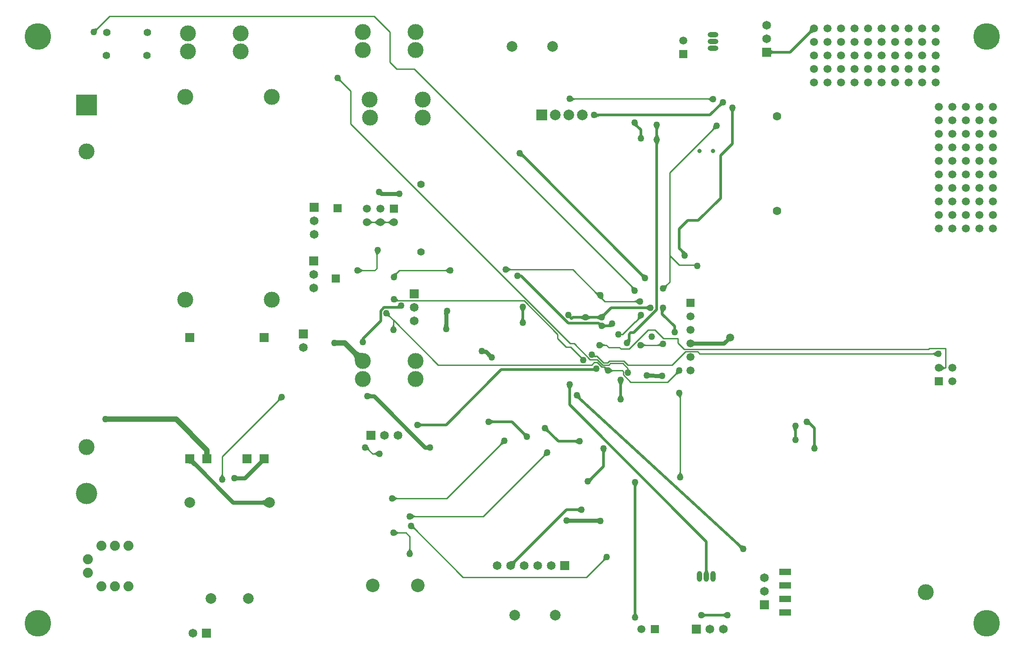
<source format=gbl>
%FSTAX23Y23*%
%MOIN*%
%SFA1B1*%

%IPPOS*%
%ADD31C,0.157480*%
%ADD39C,0.020000*%
%ADD40C,0.010000*%
%ADD41C,0.030000*%
%ADD43C,0.040000*%
%ADD45C,0.059055*%
%ADD46R,0.065000X0.065000*%
%ADD47C,0.065000*%
%ADD48R,0.059055X0.059055*%
%ADD49C,0.118110*%
%ADD50C,0.078740*%
%ADD51R,0.078740X0.078740*%
%ADD52O,0.078740X0.039370*%
%ADD53O,0.078740X0.039370*%
%ADD54C,0.074000*%
%ADD55R,0.157480X0.157480*%
%ADD56C,0.118110*%
%ADD57C,0.078740*%
%ADD58C,0.055118*%
%ADD59C,0.031496*%
%ADD60R,0.059055X0.059055*%
%ADD61C,0.100000*%
%ADD62R,0.070866X0.070866*%
%ADD63R,0.085000X0.047201*%
%ADD64R,0.065000X0.065000*%
%ADD65C,0.196850*%
%ADD66O,0.039370X0.078740*%
%ADD67O,0.039370X0.078740*%
%ADD68C,0.062992*%
%ADD69C,0.050000*%
%LNsolarpcb-1*%
%LPD*%
G36*
X00645Y04599D02*
X00644Y04597D01*
X00643Y04596*
X00642Y04594*
X00641Y04592*
X0064Y04589*
X0064Y04587*
X00639Y04584*
X00639Y04581*
X00639Y04575*
X00614Y04599*
X00617Y04599*
X00623Y046*
X00626Y046*
X00629Y04601*
X00631Y04602*
X00633Y04602*
X00635Y04603*
X00637Y04605*
X00638Y04606*
X00645Y04599*
G37*
G36*
X05939Y0457D02*
X05936Y0457D01*
X05933Y0457*
X05931Y04569*
X05928Y04568*
X05926Y04568*
X05923Y04567*
X05921Y04565*
X05919Y04564*
X05916Y04562*
X05914Y0456*
X059Y04574*
X05902Y04576*
X05904Y04579*
X05905Y04581*
X05907Y04583*
X05908Y04586*
X05908Y04588*
X05909Y04591*
X0591Y04593*
X0591Y04596*
X0591Y04599*
X05939Y0457*
G37*
G36*
X05624Y04444D02*
X05625Y04442D01*
X05626Y04441*
X05627Y0444*
X05629Y04438*
X05631Y04438*
X05634Y04437*
X05637Y04436*
X0564Y04436*
X05644Y04436*
Y04416*
X0564Y04416*
X05637Y04416*
X05634Y04415*
X05631Y04414*
X05629Y04413*
X05627Y04412*
X05626Y04411*
X05625Y0441*
X05624Y04408*
X05624Y04406*
Y04446*
X05624Y04444*
G37*
G36*
X02442Y04232D02*
X02442Y04226D01*
X02443Y04223*
X02443Y04221*
X02444Y04218*
X02445Y04216*
X02446Y04214*
X02447Y04213*
X02448Y04211*
X02441Y04204*
X0244Y04206*
X02438Y04207*
X02436Y04208*
X02434Y04208*
X02432Y04209*
X02429Y0421*
X02427Y0421*
X02424Y04211*
X02417Y04211*
X02442Y04235*
X02442Y04232*
G37*
G36*
X04155Y04095D02*
X04159Y04091D01*
X04162Y04089*
X04164Y04088*
X04166Y04087*
X04168Y04086*
X0417Y04085*
X04172Y04085*
X04174Y04085*
Y04075*
X04172Y04074*
X0417Y04074*
X04168Y04073*
X04166Y04073*
X04164Y04071*
X04162Y0407*
X04159Y04068*
X04157Y04067*
X04152Y04062*
Y04097*
X04155Y04095*
G37*
G36*
X05178Y04062D02*
X05175Y04064D01*
X05171Y04068*
X05169Y0407*
X05167Y04071*
X05165Y04072*
X05163Y04073*
X05161Y04074*
X05159Y04074*
X05157Y04075*
X05157Y04085*
X05159Y04085*
X05161Y04085*
X05163Y04086*
X05165Y04086*
X05167Y04088*
X0517Y04089*
X05172Y0409*
X05177Y04094*
X05179Y04097*
X05178Y04062*
G37*
G36*
X05268Y0403D02*
X05266Y0403D01*
X05264Y0403*
X05262Y0403*
X0526Y04029*
X05258Y04028*
X05256Y04027*
X05254Y04026*
X05252Y04025*
X0525Y04023*
X05248Y04022*
X05234Y04036*
X05236Y04038*
X05237Y04039*
X05239Y04041*
X0524Y04043*
X05241Y04045*
X05242Y04047*
X05242Y04049*
X05243Y04051*
X05243Y04053*
X05243Y04055*
X05268Y0403*
G37*
G36*
X05354Y03996D02*
X05353Y03994D01*
X05352Y03993*
X05351Y03991*
X0535Y03989*
X05349Y03987*
X05349Y03984*
X05348Y03982*
X05348Y0398*
X05348Y03977*
X05328*
X05328Y0398*
X05328Y03982*
X05327Y03984*
X05327Y03987*
X05326Y03989*
X05325Y03991*
X05324Y03993*
X05323Y03994*
X05322Y03996*
X05321Y03997*
X05356*
X05354Y03996*
G37*
G36*
X04333Y03976D02*
X04335Y03974D01*
X04337Y03973*
X04338Y03972*
X0434Y03971*
X04342Y03971*
X04345Y0397*
X04347Y0397*
X04349Y0397*
X04352Y0397*
Y0395*
X04349Y03949*
X04347Y03949*
X04345Y03949*
X04342Y03948*
X0434Y03948*
X04338Y03947*
X04337Y03946*
X04335Y03945*
X04333Y03943*
X04332Y03942*
Y03977*
X04333Y03976*
G37*
G36*
X04638Y03897D02*
X04638Y03895D01*
X04638Y03893*
X04638Y03891*
X04639Y03889*
X04639Y03888*
X0464Y03886*
X04642Y03884*
X04643Y03882*
X04645Y0388*
X04627Y0387*
X04625Y03871*
X04622Y03874*
X0462Y03876*
X04618Y03877*
X04616Y03878*
X04614Y03879*
X04612Y03879*
X0461Y0388*
X04608Y03881*
X04638Y03899*
X04638Y03897*
G37*
G36*
X04795Y0387D02*
X04794Y03868D01*
X04793Y03867*
X04792Y03865*
X04791Y03863*
X0479Y03861*
X0479Y03858*
X04789Y03856*
X04789Y03854*
X04789Y03851*
X04769*
X04769Y03854*
X04769Y03856*
X04768Y03858*
X04768Y03861*
X04767Y03863*
X04766Y03865*
X04765Y03867*
X04764Y03868*
X04763Y0387*
X04762Y03871*
X04797*
X04795Y0387*
G37*
G36*
X0522Y03856D02*
X05216Y03856D01*
X0521Y03856*
X05207Y03855*
X05205Y03855*
X05203Y03854*
X05201Y03853*
X05199Y03852*
X05197Y03851*
X05196Y0385*
X05189Y03857*
X0519Y03858*
X05191Y0386*
X05192Y03862*
X05193Y03864*
X05193Y03866*
X05194Y03869*
X05194Y03872*
X05195Y03875*
X05195Y03881*
X0522Y03856*
G37*
G36*
X04671Y03822D02*
X04671Y0382D01*
X04672Y03818*
X04672Y03816*
X04673Y03813*
X04674Y03811*
X04675Y0381*
X04676Y03808*
X04677Y03806*
X04678Y03805*
X04643*
X04645Y03806*
X04646Y03808*
X04647Y0381*
X04648Y03811*
X04649Y03813*
X0465Y03816*
X0465Y03818*
X04651Y0382*
X04651Y03822*
X04651Y03825*
X04671*
X04671Y03822*
G37*
G36*
X04789Y03814D02*
X04789Y03812D01*
X0479Y0381*
X0479Y03808*
X04791Y03806*
X04792Y03804*
X04793Y03802*
X04794Y038*
X04795Y03798*
X04797Y03797*
X04762*
X04763Y03798*
X04764Y038*
X04765Y03802*
X04766Y03804*
X04767Y03806*
X04768Y03808*
X04768Y0381*
X04769Y03812*
X04769Y03814*
X04769Y03817*
X04789*
X04789Y03814*
G37*
G36*
X04795Y0376D02*
X04794Y03758D01*
X04793Y03756*
X04792Y03754*
X04791Y03752*
X0479Y0375*
X0479Y03748*
X04789Y03746*
X04789Y03744*
X04789Y03741*
X04769*
X04769Y03744*
X04769Y03746*
X04768Y03748*
X04768Y0375*
X04767Y03752*
X04766Y03754*
X04765Y03756*
X04764Y03758*
X04763Y0376*
X04762Y03761*
X04797*
X04795Y0376*
G37*
G36*
X03788Y0368D02*
X03789Y03678D01*
X0379Y03676*
X03791Y03674*
X03792Y03672*
X03793Y0367*
X03794Y03669*
X03797Y03665*
X03799Y03663*
X03788Y03646*
X03786Y03647*
X03784Y03649*
X03783Y0365*
X03781Y03651*
X03779Y03652*
X03777Y03652*
X03775Y03653*
X03773Y03653*
X03771Y03653*
X03769Y03652*
X03788Y03682*
X03788Y0368*
G37*
G36*
X02749Y03395D02*
X02749Y03394D01*
X0275Y03394*
X02751Y03394*
X02753Y03393*
X02754Y03393*
X02756Y03393*
X02761Y03392*
X02764Y03392*
X02758Y03362*
X02729Y03369*
X02749Y03396*
X02749Y03395*
G37*
G36*
X02856Y0336D02*
X02855Y0336D01*
X02854Y03361*
X02853Y03361*
X02852Y03362*
X0285Y03362*
X02846Y03362*
X02841Y03362*
X02839Y03362*
Y03392*
X02841Y03392*
X0285Y03393*
X02852Y03393*
X02853Y03394*
X02854Y03394*
X02855Y03394*
X02856Y03395*
Y0336*
G37*
G36*
X02812Y03147D02*
X02809Y0315D01*
X02804Y03155*
X02801Y03157*
X02798Y03159*
X02796Y0316*
X02793Y03161*
X02791Y03162*
X02789Y03162*
X02787Y03163*
Y03173*
X02789Y03173*
X02791Y03173*
X02793Y03174*
X02796Y03175*
X02798Y03176*
X02801Y03178*
X02804Y0318*
X02809Y03185*
X02812Y03188*
Y03147*
G37*
G36*
X02758Y03185D02*
X02763Y0318D01*
X02766Y03178*
X02769Y03176*
X02771Y03175*
X02774Y03174*
X02776Y03173*
X02778Y03173*
X0278Y03173*
Y03163*
X02778Y03162*
X02776Y03162*
X02774Y03161*
X02771Y0316*
X02769Y03159*
X02766Y03157*
X02763Y03155*
X02758Y0315*
X02755Y03147*
Y03188*
X02758Y03185*
G37*
G36*
X02712Y03147D02*
X02709Y0315D01*
X02704Y03155*
X02701Y03157*
X02698Y03159*
X02696Y0316*
X02693Y03161*
X02691Y03162*
X02689Y03162*
X02687Y03163*
Y03173*
X02689Y03173*
X02691Y03173*
X02693Y03174*
X02696Y03175*
X02698Y03176*
X02701Y03178*
X02704Y0318*
X02709Y03185*
X02712Y03188*
Y03147*
G37*
G36*
X02658Y03185D02*
X02663Y0318D01*
X02666Y03178*
X02669Y03176*
X02671Y03175*
X02674Y03174*
X02676Y03173*
X02678Y03173*
X0268Y03173*
Y03163*
X02678Y03162*
X02676Y03162*
X02674Y03161*
X02671Y0316*
X02669Y03159*
X02666Y03157*
X02663Y03155*
X02658Y0315*
X02655Y03147*
Y03188*
X02658Y03185*
G37*
G36*
X04981Y02954D02*
X04989Y02947D01*
X0499Y02946*
X04993Y02944*
X04994Y02943*
X04961Y02932*
X04962Y02934*
X04963Y02935*
X04963Y02937*
X04963Y02939*
X04962Y02941*
X04962Y02942*
X04961Y02944*
X0496Y02946*
X04958Y02948*
X04956Y0295*
X04979Y02956*
X04981Y02954*
G37*
G36*
X02727Y02938D02*
X02724Y02936D01*
X02722Y02935*
X0272Y02933*
X02718Y02932*
X02717Y0293*
X02715Y02928*
X02714Y02926*
X02714Y02924*
X02713Y02922*
X02713Y0292*
X02703Y02924*
X02703Y02925*
X02703Y02927*
X02702Y02929*
X02702Y02931*
X027Y02936*
X02697Y02942*
X02694Y02949*
X02727Y02938*
G37*
G36*
X0488Y0293D02*
X0488Y02928D01*
X0488Y02926*
X04881Y02924*
X04881Y02923*
X04882Y02921*
X04883Y02919*
X04884Y02918*
X04885Y02916*
X04887Y02915*
Y02901*
X04885Y02902*
X04884Y02903*
X04883Y02903*
X04882Y02904*
X04881Y02903*
X04881Y02903*
X0488Y02902*
X0488Y02901*
X0488Y029*
X0488Y02898*
X0487Y0292*
X0488Y02932*
X0488Y0293*
G37*
G36*
X03681Y02834D02*
X03686Y0283D01*
X03688Y02828*
X0369Y02827*
X03692Y02825*
X03695Y02825*
X03697Y02824*
X03699Y02824*
X037Y02823*
Y02813*
X03699Y02813*
X03697Y02813*
X03695Y02812*
X03692Y02811*
X0369Y0281*
X03688Y02809*
X03686Y02807*
X03684Y02805*
X03679Y02801*
Y02836*
X03681Y02834*
G37*
G36*
X03234Y02793D02*
X03231Y02795D01*
X03227Y02799*
X03224Y02801*
X03222Y02802*
X0322Y02804*
X03218Y02804*
X03216Y02805*
X03214Y02805*
X03212Y02806*
Y02816*
X03214Y02816*
X03216Y02816*
X03218Y02817*
X0322Y02818*
X03222Y02819*
X03224Y0282*
X03227Y02822*
X03229Y02824*
X03234Y02828*
Y02793*
G37*
G36*
X02587Y02826D02*
X02591Y02822D01*
X02594Y0282*
X02596Y02819*
X02598Y02818*
X026Y02817*
X02602Y02816*
X02604Y02816*
X02606Y02816*
Y02806*
X02604Y02805*
X02602Y02805*
X026Y02804*
X02598Y02804*
X02596Y02802*
X02594Y02801*
X02591Y02799*
X02589Y02798*
X02584Y02793*
Y02828*
X02587Y02826*
G37*
G36*
X02862Y02792D02*
X02861Y0279D01*
X0286Y02789*
X02859Y02787*
X02858Y02785*
X02857Y02783*
X02857Y0278*
X02857Y02778*
X02857Y02775*
X02858Y02772*
X02858Y02769*
X02829Y02788*
X02832Y02789*
X02842Y02791*
X02844Y02792*
X02849Y02794*
X02851Y02795*
X02852Y02796*
X02853Y02797*
X02862Y02792*
G37*
G36*
X04674Y02788D02*
X04676Y02786D01*
X04678Y02785*
X0468Y02784*
X04682Y02783*
X04684Y02782*
X04686Y02781*
X04688Y02781*
X0469Y0278*
X04692Y0278*
X04667Y02756*
X04667Y02758*
X04667Y0276*
X04667Y02762*
X04666Y02764*
X04665Y02766*
X04664Y02768*
X04663Y0277*
X04662Y02771*
X0466Y02773*
X04659Y02775*
X04673Y02789*
X04674Y02788*
G37*
G36*
X04858Y02701D02*
X04856Y027D01*
X04855Y02698*
X04854Y02696*
X04854Y02694*
X04853Y02692*
X04852Y02689*
X04852Y02686*
X04851Y02683*
X04851Y02677*
X04827Y02702*
X0483Y02702*
X04836Y02702*
X04839Y02703*
X04841Y02703*
X04844Y02704*
X04846Y02705*
X04848Y02706*
X04849Y02707*
X04851Y02708*
X04858Y02701*
G37*
G36*
X04597Y02694D02*
X04598Y02693D01*
X046Y02692*
X04602Y02691*
X04607Y02689*
X0461Y02688*
X0462Y02685*
X0459Y02668*
X0459Y02671*
X04591Y02674*
X04591Y02676*
X04591Y02679*
X04591Y02681*
X04591Y02683*
X0459Y02685*
X04589Y02687*
X04588Y02689*
X04587Y0269*
X04596Y02695*
X04597Y02694*
G37*
G36*
X04331Y02651D02*
X04333Y0265D01*
X04335Y02649*
X04337Y02649*
X04339Y02649*
X04341Y02649*
X04343Y02649*
X04345Y0265*
X04348Y02651*
X0435Y02652*
X04339Y02619*
X04337Y02623*
X04328Y0264*
X04327Y02641*
X04326Y02642*
X0433Y02653*
X04331Y02651*
G37*
G36*
X04383Y02616D02*
X04382Y02613D01*
X04381Y02611*
X04381Y02609*
X04381Y02606*
X04381Y02604*
X04382Y02602*
X04383Y02601*
X04384Y02599*
X04385Y02597*
X04374Y02594*
X04373Y02595*
X04372Y02596*
X04371Y02597*
X04367Y02599*
X04358Y02603*
X04351Y02607*
X04384Y02618*
X04383Y02616*
G37*
G36*
X02859Y02603D02*
X0286Y02601D01*
X02861Y02598*
X02863Y02597*
X02864Y02595*
X02866Y02594*
X02867Y02593*
X02869Y02592*
X02871Y02592*
X02873Y02592*
X02868Y02582*
X02867Y02582*
X02865Y02581*
X02863Y02581*
X02859Y0258*
X0285Y02577*
X02843Y02574*
X02858Y02606*
X02859Y02603*
G37*
G36*
X04635Y02565D02*
X04633Y02567D01*
X04628Y02571*
X04626Y02573*
X04624Y02574*
X04622Y02575*
X04619Y02576*
X04617Y02577*
X04615Y02577*
X04614Y02577*
Y02587*
X04615Y02587*
X04617Y02588*
X04619Y02588*
X04622Y02589*
X04624Y0259*
X04626Y02592*
X04628Y02593*
X0463Y02595*
X04635Y026*
Y02565*
G37*
G36*
X02883Y02527D02*
X02854Y02527D01*
X0285Y02547*
X02852Y02547*
X02855Y02547*
X02857Y02547*
X02859Y02548*
X0286Y02549*
X02862Y0255*
X02863Y02551*
X02864Y02552*
X02864Y02553*
X02865Y02555*
X02883Y02527*
G37*
G36*
X04714Y02517D02*
X04712Y02519D01*
X04711Y0252*
X04709Y02521*
X04707Y02522*
X04705Y02523*
X04703Y02524*
X04701Y02524*
X04699Y02525*
X04696Y02525*
X04694Y02525*
Y02545*
X04696Y02545*
X04699Y02545*
X04701Y02546*
X04703Y02546*
X04705Y02547*
X04707Y02548*
X04709Y02549*
X04711Y0255*
X04712Y02551*
X04714Y02552*
Y02517*
G37*
G36*
X03803Y02523D02*
X03802Y02522D01*
X03801Y0252*
X038Y02518*
X03799Y02516*
X03798Y02514*
X03798Y02512*
X03797Y0251*
X03797Y02507*
X03797Y02505*
X03777*
X03777Y02507*
X03777Y0251*
X03776Y02512*
X03776Y02514*
X03775Y02516*
X03774Y02518*
X03773Y0252*
X03772Y02522*
X03771Y02523*
X03769Y02525*
X03804*
X03803Y02523*
G37*
G36*
X04837Y02512D02*
X04836Y02512D01*
X04834Y0251*
X04833Y02509*
X04832Y02508*
X04831Y02506*
X0483Y02504*
X04829Y02502*
X04829Y025*
X04828Y02498*
X04828Y02495*
X04808Y02502*
X04808Y02505*
X04808Y0251*
X04808Y02512*
X04807Y02516*
X04806Y02518*
X04806Y0252*
X04805Y02522*
X04804Y02523*
X04837Y02512*
G37*
G36*
X03239Y02489D02*
X03238Y02488D01*
X03237Y02488*
X03237Y02487*
X03236Y02485*
X03236Y02484*
X03236Y02482*
X03235Y0248*
X03235Y02475*
X03235Y02472*
X03205Y02486*
X03206Y025*
X03239Y02489*
G37*
G36*
X04403Y02484D02*
X04402Y02482D01*
X044Y0248*
X04399Y02478*
X04398Y02476*
X04397Y02474*
X04396Y02472*
X04395Y0247*
X04395Y02468*
X04395Y02466*
X04395Y02464*
X0437Y02489*
X04372Y02489*
X04374Y02489*
X04376Y0249*
X04378Y0249*
X0438Y02491*
X04382Y02492*
X04384Y02493*
X04386Y02495*
X04388Y02496*
X04389Y02498*
X04403Y02484*
G37*
G36*
X02804Y02492D02*
X02805Y02486D01*
X02805Y02483*
X02806Y02481*
X02806Y02478*
X02807Y02476*
X02808Y02474*
X02809Y02473*
X0281Y02471*
X02803Y02464*
X02802Y02465*
X028Y02466*
X02798Y02467*
X02796Y02468*
X02794Y02469*
X02792Y0247*
X02789Y0247*
X02786Y0247*
X02779Y02471*
X02804Y02495*
X02804Y02492*
G37*
G36*
X04352Y02447D02*
X0435Y02448D01*
X04349Y02449*
X04347Y0245*
X04345Y02451*
X04343Y02452*
X04341Y02453*
X04339Y02453*
X04337Y02454*
X04334Y02454*
X04332Y02454*
Y02474*
X04334Y02474*
X04337Y02474*
X04339Y02475*
X04341Y02475*
X04343Y02476*
X04345Y02477*
X04347Y02478*
X04349Y02479*
X0435Y0248*
X04352Y02482*
Y02447*
G37*
G36*
X04271Y0248D02*
X04272Y02479D01*
X04274Y02478*
X04276Y02477*
X04278Y02476*
X0428Y02475*
X04282Y02475*
X04285Y02474*
X04287Y02474*
X04289Y02474*
Y02454*
X04287Y02454*
X04285Y02454*
X04282Y02453*
X0428Y02453*
X04278Y02452*
X04276Y02451*
X04274Y0245*
X04272Y02449*
X04271Y02448*
X04269Y02447*
Y02482*
X04271Y0248*
G37*
G36*
X04234Y02447D02*
X04232Y02448D01*
X0423Y02449*
X04229Y0245*
X04227Y02451*
X04225Y02452*
X04223Y02453*
X04221Y02453*
X04218Y02454*
X04216Y02454*
X04214Y02454*
Y02474*
X04216Y02474*
X04218Y02474*
X04221Y02475*
X04223Y02475*
X04225Y02476*
X04227Y02477*
X04229Y02478*
X0423Y02479*
X04232Y0248*
X04234Y02482*
Y02447*
G37*
G36*
X04667Y02456D02*
X04663Y02455D01*
X04651Y02451*
X04649Y0245*
X04647Y02449*
X04645Y02448*
X04644Y02447*
X04643Y02445*
X04634Y02451*
X04635Y02452*
X04636Y02454*
X04637Y02456*
X04638Y02458*
X04638Y0246*
X04638Y02462*
X04638Y02465*
X04638Y02467*
X04638Y0247*
X04637Y02473*
X04667Y02456*
G37*
G36*
X03797Y0246D02*
X03797Y02458D01*
X03798Y02455*
X03798Y02453*
X03799Y02451*
X038Y02449*
X03801Y02447*
X03802Y02446*
X03803Y02444*
X03804Y02443*
X03769*
X03771Y02444*
X03772Y02446*
X03773Y02447*
X03774Y02449*
X03775Y02451*
X03776Y02453*
X03776Y02455*
X03777Y02458*
X03777Y0246*
X03777Y02463*
X03797*
X03797Y0246*
G37*
G36*
X03235Y0241D02*
X03236Y02401D01*
X03236Y02399*
X03236Y02398*
X03237Y02397*
X03237Y02396*
X03237Y02395*
X03202*
X03203Y02396*
X03203Y02397*
X03204Y02398*
X03204Y02399*
X03204Y02401*
X03205Y02405*
X03205Y0241*
X03205Y02412*
X03235*
X03235Y0241*
G37*
G36*
X04443Y02392D02*
X04414Y02391D01*
X04409Y02411*
X04412Y02411*
X04414Y02411*
X04416Y02412*
X04418Y02412*
X04419Y02413*
X04421Y02414*
X04422Y02415*
X04423Y02416*
X04423Y02418*
X04423Y02419*
X04443Y02392*
G37*
G36*
X02836Y02407D02*
X02836Y02405D01*
X02837Y02403*
X02838Y02401*
X02839Y02399*
X0284Y02397*
X02842Y02395*
X02844Y02392*
X02848Y02387*
X02813*
X02816Y0239*
X0282Y02395*
X02821Y02397*
X02823Y02399*
X02824Y02401*
X02825Y02403*
X02825Y02405*
X02826Y02407*
X02826Y02409*
X02836*
X02836Y02407*
G37*
G36*
X04389Y02417D02*
X04391Y02416D01*
X04392Y02415*
X04394Y02414*
X04396Y02413*
X04398Y02412*
X044Y02412*
X04403Y02411*
X04405Y02411*
X04407Y02411*
X04407Y02391*
X04405Y02391*
X04403Y02391*
X044Y0239*
X04398Y0239*
X04396Y02389*
X04394Y02388*
X04392Y02387*
X04391Y02386*
X04389Y02385*
X04387Y02384*
X04387Y02419*
X04389Y02417*
G37*
G36*
X0452Y02345D02*
X0452Y02344D01*
X0452Y02344*
X04521Y02344*
X04522Y02344*
X04522Y02343*
X04523Y02343*
X04524Y02343*
X04526Y02343*
Y02333*
X04525Y02333*
X04523Y02333*
X04522Y02333*
X04522Y02333*
X04521Y02332*
X0452Y02332*
X0452Y02332*
X0452Y02332*
X0452Y02331*
Y02345*
X0452Y02345*
G37*
G36*
X04584Y0231D02*
X04583Y02281D01*
X04555Y023*
X04557Y023*
X04558Y02301*
X04559Y02302*
X04561Y02303*
X04561Y02304*
X04562Y02306*
X04563Y02308*
X04563Y0231*
X04563Y02312*
X04564Y02315*
X04584Y0231*
G37*
G36*
X04815Y02245D02*
X04811Y02247D01*
X04797Y02253*
X04795Y02254*
X04793Y02254*
X04791Y02254*
X0479Y02254*
X04786Y02264*
X04789Y02264*
X04791Y02265*
X04792Y02266*
X04794Y02267*
X04796Y02268*
X04798Y02269*
X04799Y02271*
X04801Y02273*
X04802Y02276*
X04804Y02278*
X04815Y02245*
G37*
G36*
X04374Y02274D02*
X04379Y0227D01*
X04381Y02269*
X04383Y02267*
X04385Y02266*
X04387Y02265*
X04389Y02265*
X04391Y02264*
X04393Y02264*
Y02254*
X04391Y02254*
X04389Y02254*
X04387Y02253*
X04385Y02252*
X04383Y02251*
X04381Y0225*
X04379Y02248*
X04376Y02246*
X04372Y02242*
Y02277*
X04374Y02274*
G37*
G36*
X04676Y02274D02*
X04681Y0227D01*
X04683Y02269*
X04686Y02267*
X04688Y02266*
X0469Y02265*
X04692Y02265*
X04694Y02264*
X04696Y02264*
X04697Y02254*
X04695Y02254*
X04693Y02254*
X04691Y02253*
X04689Y02252*
X04687Y02251*
X04684Y0225*
X04682Y02248*
X0468Y02246*
X04678Y02244*
X04676Y02241*
X04673Y02276*
X04676Y02274*
G37*
G36*
X06842Y02177D02*
X06839Y02179D01*
X06835Y02183*
X06832Y02185*
X0683Y02186*
X06828Y02188*
X06826Y02188*
X06824Y02189*
X06822Y02189*
X0682Y0219*
Y022*
X06822Y022*
X06824Y022*
X06826Y02201*
X06828Y02202*
X0683Y02203*
X06832Y02204*
X06835Y02206*
X06837Y02208*
X06842Y02212*
Y02177*
G37*
G36*
X03547Y022D02*
X03554Y02194D01*
X03555Y02193*
X03556Y02193*
X03557Y02192*
X03558Y02192*
X03559Y02192*
X03534Y02167*
X03534Y02168*
X03534Y02169*
X03533Y0217*
X03533Y02171*
X03532Y02172*
X03529Y02175*
X03526Y02179*
X03524Y02181*
X03545Y02202*
X03547Y022*
G37*
G36*
X02559Y02216D02*
X02563Y02213D01*
X02568Y0221*
X02572Y02207*
X02577Y02205*
X02582Y02203*
X02587Y02202*
X02593Y02201*
X02599Y022*
X02604Y022*
X02546Y02142*
X02546Y02148*
X02545Y02153*
X02544Y02159*
X02543Y02164*
X02541Y02169*
X02539Y02174*
X02537Y02179*
X02534Y02183*
X0253Y02187*
X02527Y02191*
X02555Y0222*
X02559Y02216*
G37*
G36*
X04571Y02085D02*
X04572Y02083D01*
X04572Y02082*
X04572Y02081*
X04572Y0208*
X04573Y02079*
X04573Y02079*
X04574Y02079*
X04574Y02078*
X04559*
X04559Y02079*
X0456Y02079*
X0456Y02079*
X04561Y0208*
X04561Y02081*
X04561Y02082*
X04561Y02083*
X04561Y02084*
X04561Y02085*
X04561Y02086*
X04571*
X04571Y02085*
G37*
G36*
X04395Y02099D02*
X04397Y02098D01*
X04399Y02097*
X044Y02096*
X04402Y02095*
X04404Y02095*
X04406Y02095*
X04408Y02095*
X0441Y02095*
X04413Y02095*
X04392Y02074*
X04392Y02077*
X04393Y02079*
X04392Y02081*
X04392Y02083*
X04392Y02085*
X04391Y02087*
X0439Y02089*
X04389Y0209*
X04388Y02092*
X04387Y02093*
X04394Y021*
X04395Y02099*
G37*
G36*
X0689Y02107D02*
X06895Y02102D01*
X06898Y021*
X06901Y02099*
X06903Y02097*
X06906Y02096*
X06908Y02095*
X0691Y02095*
X06912Y02095*
Y02085*
X0691Y02085*
X06908Y02084*
X06906Y02083*
X06903Y02082*
X06901Y02081*
X06898Y02079*
X06895Y02077*
X0689Y02072*
X06886Y02069*
Y0211*
X0689Y02107*
G37*
G36*
X04437Y02085D02*
X04442Y02081D01*
X04444Y0208*
X04446Y02078*
X04448Y02077*
X0445Y02076*
X04452Y02076*
X04454Y02075*
X04456Y02075*
Y02065*
X04454Y02065*
X04452Y02065*
X0445Y02064*
X04448Y02063*
X04446Y02062*
X04444Y02061*
X04442Y02059*
X04439Y02057*
X04435Y02053*
Y02088*
X04437Y02085*
G37*
G36*
X04945Y02045D02*
X04942Y02045D01*
X04935Y02044*
X04933Y02044*
X0493Y02043*
X04928Y02042*
X04926Y02041*
X04924Y02041*
X04922Y02039*
X04921Y02038*
X04914Y02045*
X04915Y02047*
X04916Y02048*
X04917Y0205*
X04918Y02052*
X04919Y02055*
X04919Y02057*
X0492Y0206*
X0492Y02063*
X0492Y02069*
X04945Y02045*
G37*
G36*
X04527Y0198D02*
X04526Y01978D01*
X04525Y01977*
X04524Y01975*
X04523Y01973*
X04523Y01971*
X04522Y01969*
X04522Y01966*
X04521Y01964*
X04521Y01962*
X04501*
X04501Y01964*
X04501Y01966*
X04501Y01969*
X045Y01971*
X04499Y01973*
X04499Y01975*
X04498Y01977*
X04497Y01978*
X04495Y0198*
X04494Y01982*
X04529*
X04527Y0198*
G37*
G36*
X04149Y01949D02*
X04148Y01947D01*
X04147Y01945*
X04146Y01943*
X04145Y01941*
X04145Y01939*
X04144Y01937*
X04144Y01935*
X04143Y01933*
X04143Y0193*
X04123*
X04123Y01933*
X04123Y01935*
X04123Y01937*
X04122Y01939*
X04121Y01941*
X04121Y01943*
X0412Y01945*
X04119Y01947*
X04117Y01949*
X04116Y0195*
X04151*
X04149Y01949*
G37*
G36*
X04521Y01893D02*
X04522Y01891D01*
X04522Y01889*
X04523Y01886*
X04523Y01884*
X04524Y01882*
X04525Y01881*
X04526Y01879*
X04527Y01877*
X04529Y01876*
X04494*
X04495Y01877*
X04497Y01879*
X04498Y01881*
X04499Y01882*
X04499Y01884*
X045Y01886*
X04501Y01889*
X04501Y01891*
X04501Y01893*
X04501Y01896*
X04521*
X04521Y01893*
G37*
G36*
X04965Y0189D02*
X04959Y01876D01*
X04958Y01874*
X04958Y01872*
X04957Y0187*
X04957Y01869*
X04947Y01865*
X04947Y01867*
X04947Y01869*
X04946Y01871*
X04945Y01873*
X04944Y01875*
X04942Y01877*
X0494Y01878*
X04938Y0188*
X04936Y01881*
X04933Y01883*
X04967Y01894*
X04965Y0189*
G37*
G36*
X02656Y01898D02*
X02657Y01898D01*
X02658Y01898*
X02659Y01897*
X02661Y01897*
X02665Y01897*
X02669Y01896*
X02672Y01896*
Y01866*
X02669Y01866*
X02661Y01866*
X02659Y01865*
X02658Y01865*
X02657Y01865*
X02656Y01864*
X02655Y01864*
Y01899*
X02656Y01898*
G37*
G36*
X04213Y01884D02*
X04213Y01882D01*
X04214Y0188*
X04214Y01878*
X04215Y01877*
X04216Y01875*
X04217Y01873*
X04218Y01871*
X0422Y01869*
X04222Y01867*
X04206Y01855*
X04204Y01857*
X04202Y01858*
X042Y01859*
X04198Y0186*
X04196Y01862*
X04194Y01862*
X04192Y01863*
X0419Y01864*
X04188Y01864*
X04186Y01864*
X04213Y01886*
X04213Y01884*
G37*
G36*
X02004Y0185D02*
X02001Y01849D01*
X01995Y01849*
X01992Y01849*
X01989Y01848*
X01987Y01847*
X01985Y01846*
X01983Y01845*
X01982Y01844*
X0198Y01843*
X01973Y0185*
X01974Y01852*
X01975Y01853*
X01976Y01855*
X01977Y01857*
X01978Y01859*
X01979Y01862*
X01979Y01865*
X01979Y01868*
X0198Y01874*
X02004Y0185*
G37*
G36*
X03554Y01708D02*
X03556Y01707D01*
X03558Y01706*
X0356Y01705*
X03561Y01704*
X03564Y01704*
X03566Y01703*
X03568Y01703*
X0357Y01702*
X03573Y01702*
Y01682*
X0357Y01682*
X03568Y01682*
X03566Y01682*
X03564Y01681*
X03561Y01681*
X0356Y0168*
X03558Y01679*
X03556Y01678*
X03554Y01676*
X03553Y01675*
Y0171*
X03554Y01708*
G37*
G36*
X05914Y01696D02*
X05915Y01694D01*
X05916Y01692*
X05916Y0169*
X05918Y01688*
X05919Y01686*
X0592Y01684*
X05923Y01681*
X05925Y01679*
X05914Y01661*
X05912Y01663*
X0591Y01664*
X05909Y01666*
X05907Y01667*
X05905Y01668*
X05903Y01668*
X05901Y01668*
X05899Y01669*
X05897Y01668*
X05895Y01668*
X05914Y01698*
X05914Y01696*
G37*
G36*
X03027Y01685D02*
X03028Y01684D01*
X0303Y01682*
X03032Y01681*
X03034Y01681*
X03036Y0168*
X03038Y01679*
X0304Y01679*
X03043Y01679*
X03045Y01679*
Y01659*
X03043Y01659*
X0304Y01658*
X03038Y01658*
X03036Y01658*
X03034Y01657*
X03032Y01656*
X0303Y01655*
X03028Y01654*
X03027Y01653*
X03025Y01651*
Y01686*
X03027Y01685*
G37*
G36*
X05819Y01642D02*
X05817Y0164D01*
X05816Y01638*
X05815Y01636*
X05815Y01634*
X05814Y01632*
X05813Y0163*
X05813Y01628*
X05813Y01625*
X05813Y01623*
X05793*
X05793Y01625*
X05792Y01628*
X05792Y0163*
X05791Y01632*
X05791Y01634*
X0579Y01636*
X05789Y01638*
X05788Y0164*
X05787Y01642*
X05785Y01643*
X0582*
X05819Y01642*
G37*
G36*
X03977Y01643D02*
X03978Y01641D01*
X03978Y01639*
X03979Y01637*
X03979Y01635*
X0398Y01633*
X03982Y01631*
X03983Y01629*
X03984Y01627*
X03986Y01625*
X03972Y01611*
X0397Y01613*
X03968Y01615*
X03966Y01616*
X03965Y01617*
X03963Y01618*
X03961Y01619*
X03959Y01619*
X03957Y0162*
X03955Y0162*
X03953Y0162*
X03977Y01645*
X03977Y01643*
G37*
G36*
X038Y01614D02*
X03802Y01613D01*
X03804Y01611*
X03806Y0161*
X03808Y01609*
X0381Y01609*
X03812Y01608*
X03814Y01607*
X03816Y01607*
X03818Y01607*
X03793Y01582*
X03793Y01585*
X03793Y01587*
X03793Y01589*
X03792Y01591*
X03791Y01593*
X0379Y01594*
X03789Y01596*
X03788Y01598*
X03786Y016*
X03785Y01602*
X03799Y01616*
X038Y01614*
G37*
G36*
X04191Y0153D02*
X0419Y01532D01*
X04188Y01533*
X04186Y01534*
X04185Y01535*
X04183Y01536*
X04181Y01536*
X04178Y01537*
X04176Y01537*
X04174Y01538*
X04171Y01538*
Y01558*
X04174Y01558*
X04176Y01558*
X04178Y01558*
X04181Y01559*
X04183Y0156*
X04185Y0156*
X04186Y01561*
X04188Y01562*
X0419Y01564*
X04191Y01565*
Y0153*
G37*
G36*
X03649Y01525D02*
X03646Y01524D01*
X0364Y01524*
X03637Y01524*
X03634Y01523*
X03632Y01522*
X0363Y01521*
X03628Y0152*
X03627Y01519*
X03625Y01518*
X03618Y01525*
X03619Y01527*
X0362Y01528*
X03621Y0153*
X03622Y01532*
X03623Y01534*
X03624Y01537*
X03624Y0154*
X03624Y01543*
X03625Y01549*
X03649Y01525*
G37*
G36*
X05954Y01531D02*
X05955Y01529D01*
X05955Y01526*
X05956Y01524*
X05956Y01522*
X05957Y0152*
X05958Y01518*
X05959Y01517*
X0596Y01515*
X05962Y01513*
X05927*
X05928Y01515*
X0593Y01517*
X05931Y01518*
X05932Y0152*
X05933Y01522*
X05933Y01524*
X05934Y01526*
X05934Y01529*
X05934Y01531*
X05934Y01533*
X05954*
X05954Y01531*
G37*
G36*
X02647Y01505D02*
X0265Y01496D01*
X0265Y01493*
X02652Y01489*
X02653Y01487*
X02655Y01486*
X02656Y01484*
X0265Y01476*
X02649Y01477*
X02647Y01478*
X02645Y01479*
X02643Y0148*
X02641Y0148*
X02638Y0148*
X02636Y0148*
X02633Y0148*
X0263Y0148*
X02627Y01479*
X02646Y01509*
X02647Y01505*
G37*
G36*
X04401Y01476D02*
X044Y01475D01*
X04399Y01473*
X04398Y01471*
X04397Y01469*
X04397Y01467*
X04396Y01465*
X04396Y01463*
X04395Y0146*
X04395Y01458*
X04375*
X04375Y0146*
X04375Y01463*
X04375Y01465*
X04374Y01467*
X04373Y01469*
X04373Y01471*
X04372Y01473*
X04371Y01475*
X04369Y01476*
X04368Y01478*
X04403*
X04401Y01476*
G37*
G36*
X02709Y01438D02*
X02707Y0144D01*
X02702Y01444*
X027Y01446*
X02697Y01447*
X02695Y01448*
X02693Y01449*
X02691Y0145*
X02689Y0145*
X02687Y0145*
Y0146*
X02689Y01461*
X02691Y01461*
X02693Y01462*
X02695Y01462*
X02697Y01464*
X027Y01465*
X02702Y01467*
X02704Y01468*
X02709Y01473*
Y01438*
G37*
G36*
X03968Y01439D02*
X03964Y01439D01*
X03958Y01439*
X03955Y01438*
X03953Y01438*
X03951Y01437*
X03949Y01436*
X03947Y01435*
X03945Y01434*
X03944Y01433*
X03937Y0144*
X03938Y01441*
X03939Y01443*
X0394Y01445*
X03941Y01447*
X03941Y01449*
X03942Y01452*
X03942Y01454*
X03943Y01457*
X03943Y01464*
X03968Y01439*
G37*
G36*
X01357Y01421D02*
X01356Y01419D01*
Y01416*
X01357Y01412*
X01359Y01408*
X01361Y01403*
X01365Y01399*
X01369Y01393*
X0138Y01381*
X01359Y0136*
X01352Y01366*
X01341Y01375*
X01337Y01379*
X01332Y01381*
X01328Y01383*
X01324Y01384*
X01321*
X01319Y01383*
X01316Y01381*
X01359Y01424*
X01357Y01421*
G37*
G36*
X04957Y01321D02*
X04958Y01319D01*
X04958Y01317*
X04959Y01314*
X0496Y01312*
X04962Y0131*
X04963Y01308*
X04965Y01306*
X0497Y01301*
X04935*
X04937Y01303*
X04941Y01308*
X04943Y0131*
X04944Y01312*
X04945Y01314*
X04946Y01317*
X04947Y01319*
X04947Y01321*
X04947Y01322*
X04957*
X04957Y01321*
G37*
G36*
X0157Y01302D02*
X0157Y013D01*
X01571Y01298*
X01572Y01296*
X01573Y01294*
X01574Y01292*
X01576Y01289*
X01578Y01287*
X01582Y01282*
X01547*
X01549Y01285*
X01553Y01289*
X01555Y01292*
X01556Y01294*
X01558Y01296*
X01558Y01298*
X01559Y013*
X01559Y01302*
X0156Y01304*
X0157*
X0157Y01302*
G37*
G36*
X04303Y01265D02*
X04301Y01263D01*
X04298Y01259*
X04297Y01258*
X04295Y01256*
X04294Y01254*
X04294Y01252*
X04293Y0125*
X04292Y01248*
X04292Y01246*
X04273Y01276*
X04275Y01275*
X04277Y01275*
X04279Y01275*
X04281Y01276*
X04283Y01276*
X04285Y01277*
X04287Y01278*
X04288Y01279*
X0429Y01281*
X04292Y01283*
X04303Y01265*
G37*
G36*
X04635Y01227D02*
X04634Y01225D01*
X04632Y01224*
X04632Y01222*
X04631Y0122*
X0463Y01218*
X04629Y01216*
X04629Y01213*
X04629Y01211*
X04629Y01208*
X04609*
X04609Y01211*
X04609Y01213*
X04608Y01216*
X04608Y01218*
X04607Y0122*
X04606Y01222*
X04605Y01224*
X04604Y01225*
X04603Y01227*
X04601Y01228*
X04636*
X04635Y01227*
G37*
G36*
X0284Y0114D02*
X02844Y01136D01*
X02847Y01134*
X02849Y01133*
X02851Y01132*
X02853Y01131*
X02855Y0113*
X02857Y0113*
X02859Y0113*
Y0112*
X02857Y01119*
X02855Y01119*
X02853Y01118*
X02851Y01118*
X02849Y01116*
X02847Y01115*
X02844Y01113*
X02842Y01112*
X02837Y01107*
Y01142*
X0284Y0114*
G37*
G36*
X01887Y01066D02*
X01885Y01069D01*
X01882Y01071*
X01879Y01073*
X01876Y01074*
X01873Y01076*
X0187Y01077*
X01866Y01078*
X01863Y01078*
X01859Y01079*
X01855Y01079*
Y01109*
X01859Y01109*
X01863Y01109*
X01866Y0111*
X0187Y01111*
X01873Y01112*
X01876Y01113*
X01879Y01115*
X01882Y01117*
X01885Y01119*
X01887Y01121*
Y01066*
G37*
G36*
X04204Y01023D02*
X04203Y01025D01*
X04201Y01026*
X04199Y01027*
X04197Y01028*
X04195Y01029*
X04193Y0103*
X04191Y0103*
X04189Y01031*
X04187Y01031*
X04184Y01031*
Y01051*
X04187Y01051*
X04189Y01051*
X04191Y01052*
X04193Y01052*
X04195Y01053*
X04197Y01054*
X04199Y01055*
X04201Y01056*
X04203Y01057*
X04204Y01058*
Y01023*
G37*
G36*
X02973Y01007D02*
X02977Y01003D01*
X02979Y01001*
X02982Y01*
X02984Y00999*
X02986Y00998*
X02988Y00997*
X0299Y00997*
X02992Y00997*
Y00987*
X0299Y00987*
X02988Y00986*
X02986Y00986*
X02984Y00985*
X02982Y00984*
X02979Y00982*
X02977Y00981*
X02975Y00979*
X0297Y00974*
Y01009*
X02973Y01007*
G37*
G36*
X04128Y00977D02*
X04129Y00977D01*
X0413Y00976*
X04132Y00976*
X04133Y00976*
X04137Y00975*
X04142Y00975*
X04145Y00975*
Y00945*
X04142Y00945*
X04133Y00945*
X04132Y00944*
X0413Y00944*
X04129Y00944*
X04128Y00943*
X04128Y00943*
Y00978*
X04128Y00977*
G37*
G36*
X04342Y00942D02*
X04342Y00943D01*
X04341Y00943*
X0434Y00944*
X04338Y00944*
X04337Y00944*
X04335Y00945*
X0433Y00945*
X04325Y00945*
X04326Y00975*
X04329Y00975*
X0434Y00976*
X04341Y00976*
X04342Y00977*
X04343Y00977*
X04344Y00977*
X04342Y00942*
G37*
G36*
X02985Y00922D02*
X02988Y00913D01*
X02989Y00911*
X02991Y00906*
X02992Y00904*
X02993Y00903*
X02994Y00902*
X02989Y00893*
X02987Y00894*
X02986Y00895*
X02984Y00896*
X02982Y00897*
X02979Y00897*
X02977Y00898*
X02975Y00898*
X02972Y00897*
X02969Y00897*
X02966Y00896*
X02985Y00926*
X02985Y00922*
G37*
G36*
X02851Y00885D02*
X02856Y00881D01*
X02858Y0088*
X0286Y00878*
X02863Y00877*
X02865Y00876*
X02867Y00876*
X02869Y00875*
X0287Y00875*
Y00865*
X02869Y00865*
X02867Y00865*
X02865Y00864*
X02863Y00863*
X0286Y00862*
X02858Y00861*
X02856Y00859*
X02854Y00857*
X02849Y00853*
Y00888*
X02851Y00885*
G37*
G36*
X05398Y00783D02*
X054Y00782D01*
X05401Y0078*
X05403Y00779*
X05405Y00778*
X05407Y00778*
X05409Y00777*
X05411Y00777*
X05413Y00777*
X05416Y00777*
X05392Y00751*
X05392Y00753*
X05391Y00755*
X05391Y00757*
X0539Y00759*
X05389Y00761*
X05388Y00763*
X05387Y00765*
X05386Y00767*
X05384Y00768*
X05382Y0077*
X05396Y00785*
X05398Y00783*
G37*
G36*
X02957Y00754D02*
X02958Y00752D01*
X02958Y0075*
X02959Y00748*
X0296Y00745*
X02962Y00743*
X02963Y00741*
X02965Y00739*
X0297Y00734*
X02935*
X02937Y00736*
X02941Y00741*
X02943Y00743*
X02944Y00745*
X02945Y00748*
X02946Y0075*
X02947Y00752*
X02947Y00754*
X02947Y00756*
X02957*
X02957Y00754*
G37*
G36*
X04409Y00667D02*
X04405Y00667D01*
X04399Y00667*
X04396Y00666*
X04394Y00666*
X04392Y00665*
X0439Y00664*
X04388Y00663*
X04386Y00662*
X04385Y00661*
X04377Y00668*
X04379Y00669*
X0438Y00671*
X04381Y00673*
X04382Y00675*
X04382Y00677*
X04383Y0068*
X04383Y00683*
X04384Y00686*
X04384Y00692*
X04409Y00667*
G37*
G36*
X03741Y00658D02*
X03739Y00656D01*
X03738Y00654*
X03736Y00651*
X03735Y00648*
X03734Y00646*
X03733Y00643*
X03732Y0064*
X03732Y00637*
X03731Y00633*
X03731Y0063*
X03699Y00662*
X03703Y00662*
X03706Y00662*
X03709Y00663*
X03712Y00663*
X03715Y00664*
X03718Y00666*
X0372Y00667*
X03723Y00668*
X03725Y0067*
X03727Y00672*
X03741Y00658*
G37*
G36*
X05156Y00602D02*
X05156Y00595D01*
X05157Y00592*
X05157Y00589*
X05158Y00587*
X05159Y00584*
X0516Y00582*
X05161Y0058*
X05163Y00578*
X05128*
X0513Y0058*
X05131Y00582*
X05132Y00584*
X05133Y00587*
X05134Y00589*
X05134Y00592*
X05135Y00595*
X05135Y00598*
X05136Y00605*
X05156*
X05156Y00602*
G37*
G36*
X04629Y00279D02*
X04629Y00277D01*
X04629Y00274*
X0463Y00272*
X04631Y0027*
X04632Y00268*
X04632Y00266*
X04634Y00265*
X04635Y00263*
X04636Y00261*
X04601*
X04603Y00263*
X04604Y00265*
X04605Y00266*
X04606Y00268*
X04607Y0027*
X04608Y00272*
X04608Y00274*
X04609Y00277*
X04609Y00279*
X04609Y00282*
X04629*
X04629Y00279*
G37*
G36*
X05283Y00244D02*
X05282Y00245D01*
X0528Y00247*
X05278Y00248*
X05276Y00249*
X05274Y0025*
X05272Y0025*
X0527Y00251*
X05268Y00251*
X05265Y00251*
X05263Y00252*
Y00272*
X05265Y00272*
X05268Y00272*
X0527Y00272*
X05272Y00273*
X05274Y00273*
X05276Y00274*
X05278Y00275*
X0528Y00276*
X05282Y00278*
X05283Y00279*
Y00244*
G37*
G36*
X05127Y00278D02*
X05129Y00276D01*
X0513Y00275*
X05132Y00274*
X05134Y00273*
X05136Y00273*
X05138Y00272*
X05141Y00272*
X05143Y00272*
X05145Y00272*
Y00252*
X05143Y00251*
X05141Y00251*
X05138Y00251*
X05136Y0025*
X05134Y0025*
X05132Y00249*
X0513Y00248*
X05129Y00247*
X05127Y00245*
X05125Y00244*
Y00279*
X05127Y00278*
G37*
G54D31*
X0056Y01163D03*
G54D39*
X03708Y01692D02*
X03818Y01582D01*
X04559Y02275D02*
X04574Y0229D01*
X04511Y01858D02*
Y02D01*
X0437Y02401D02*
X04433D01*
X0437D02*
X0437Y02401D01*
X04348Y02423D02*
X0437Y02401D01*
X03748Y02771D02*
X03776D01*
X04124Y02423*
X04348*
X04251Y02464D02*
X0437D01*
X04149Y02456D02*
X04157Y02464D01*
X04251*
X03763Y03677D02*
X03771D01*
X04692Y02755*
X05108Y00262D02*
X05301D01*
X05803Y01559D02*
Y01661D01*
X05944Y01496D02*
Y01645D01*
X05251Y03346D02*
Y03661D01*
X05086Y03181D02*
X05251Y03346D01*
X05007Y03181D02*
X05086D01*
X04944Y03118D02*
X05007Y03181D01*
X04944Y02976D02*
Y03118D01*
X04267Y01251D02*
X04275D01*
X0411Y01041D02*
X04222D01*
X03699Y00629D02*
X0411Y01041D01*
X0405Y01548D02*
X04209D01*
X03952Y01645D02*
X0405Y01548D01*
X04779Y03779D02*
Y03889D01*
X05146Y00548D02*
Y00806D01*
X04186Y01886D02*
X05417Y00752D01*
X04619Y00244D02*
Y01246D01*
X02738Y02513D02*
X02762Y02537D01*
X02875*
X02889Y02551*
X04661Y03787D02*
Y0385D01*
X04606Y03905D02*
X04614D01*
X04606D02*
X04661Y0385D01*
X03787Y02425D02*
Y02543D01*
X04433Y02401D02*
X04448Y02417D01*
X03007Y01669D02*
X0322D01*
X04818Y02535D02*
X04818Y02535D01*
X04826*
X04818Y02488D02*
Y02535D01*
X04125Y0248D02*
X04149Y02456D01*
X0437Y02464D02*
X0444Y02535D01*
X04732*
X04779Y02521D02*
Y03779D01*
X04574Y02339D02*
X04586Y02351D01*
X04609*
X04779Y02521*
X04574Y0229D02*
Y02339D01*
X03629Y02078D02*
X04322D01*
X04133Y01818D02*
Y01968D01*
Y01818D02*
X05146Y00806D01*
X04944Y02976D02*
X04984Y02937D01*
Y02921D02*
Y02937D01*
X05338Y03748D02*
Y04015D01*
X04385Y01362D02*
Y01496D01*
X04275Y01251D02*
X04385Y01362D01*
X05889Y01692D02*
X05897D01*
X05944Y01645*
X04322Y02078D02*
X0433Y02086D01*
Y02086D02*
Y02086D01*
X04314Y0396D02*
X05172D01*
X05268Y04055*
X05251Y03661D02*
X05338Y03748D01*
X03535Y01692D02*
X03708D01*
X05592Y04426D02*
X05766D01*
X0594Y046*
X02606Y02283D02*
Y02306D01*
X02738Y02438*
Y02513*
X0322Y01669D02*
X03629Y02078D01*
X04818Y02488D02*
X0491Y02397D01*
Y02356D02*
Y02397D01*
G54D40*
X04565Y0211D02*
X04594D01*
X04534Y02141D02*
X04565Y0211D01*
X04109Y02246D02*
X0414D01*
X04046Y02308D02*
X04109Y02246D01*
X04046Y02308D02*
Y02339D01*
X04167Y0227D02*
X04284Y02152D01*
X04944Y01905D02*
X04952Y01897D01*
Y01283D02*
Y01897D01*
X01565Y01435D02*
X02005Y01875D01*
X01565Y01265D02*
Y01435D01*
X0498Y02229D02*
X06789D01*
X04575Y0223D02*
X04715Y0237D01*
X04514Y0223D02*
X04575D01*
X04504Y02239D02*
X04514Y0223D01*
X04715Y0237D02*
X04765D01*
X04827Y02307*
X03225Y01125D02*
X0365Y0155D01*
X05187Y0408D02*
X05196Y0407D01*
Y04078*
X04135Y0408D02*
X05187D01*
X0282Y01125D02*
X03225D01*
X02734Y03168D02*
X02834D01*
X02834Y02763D02*
Y02771D01*
X02874Y02811*
X03251*
X03661Y02818D02*
X04157D01*
X02634Y03168D02*
X02734D01*
X04393Y02582D02*
X04653D01*
X04944Y0285D02*
X05086D01*
X02952Y00716D02*
Y00842D01*
X02924Y0087D02*
X02952Y00842D01*
X02831Y0087D02*
X02924D01*
X02708Y02968D02*
Y02968D01*
Y02968D02*
X02716Y0296D01*
X03496Y00992D02*
X03968Y01464D01*
X02952Y00992D02*
X03496D01*
X04259Y00543D02*
X04409Y00692D01*
X03346Y00543D02*
X04259D01*
X02831Y0237D02*
Y02437D01*
X02834Y0244*
X02779Y02496D02*
X02834Y0244D01*
X00614Y04574D02*
X00732Y04692D01*
X04859Y01984D02*
X04945Y0207D01*
X0296Y00921D02*
X02968D01*
X03346Y00543*
X04566Y02055D02*
Y02086D01*
X0453Y0204D02*
Y02063D01*
Y0204D02*
X04586Y01984D01*
X04859*
X03799Y02587D02*
X04046Y02339D01*
X04594Y0211D02*
X04594Y0211D01*
X04523Y0207D02*
X0453Y02063D01*
X04657Y02257D02*
X04659Y02259D01*
X04818*
Y02259*
X04826Y02267*
X02677Y01455D02*
X02727D01*
X02629Y01503D02*
X02677Y01455D01*
X02622Y01503D02*
X02629D01*
X04322Y02174D02*
D01*
X04326Y02178*
X04417Y0207D02*
X04523D01*
X04326Y02178D02*
X04335D01*
X04496Y02338D02*
X04526D01*
X04157Y02818D02*
X04346Y02629D01*
X04362*
Y02614D02*
X04393Y02582D01*
X04362Y02614D02*
Y02629D01*
X02823Y02587D02*
X03799D01*
X02823D02*
X02834Y02598D01*
X02566Y02811D02*
X02692D01*
X02708Y02826*
Y0296*
X04298Y02113D02*
X04315Y0213D01*
X0439Y02097D02*
X04417Y0207D01*
X04423Y02113D02*
X04435Y02125D01*
X0437Y02097D02*
X0439D01*
X04377Y02113D02*
X04423D01*
X04384Y02129D02*
X04416D01*
X04308Y02188D02*
X04322Y02174D01*
X04337Y0213D02*
X0437Y02097D01*
X04315Y0213D02*
X04337D01*
X04337Y02152D02*
X04377Y02113D01*
X04335Y02178D02*
X04384Y02129D01*
X03161Y02113D02*
X04298D01*
X04236Y02149D02*
Y0215D01*
X04284Y02152D02*
X04337D01*
X04299Y02188D02*
X04308D01*
X04354Y02259D02*
X04404D01*
X04416Y02129D02*
X04429Y02141D01*
X04534*
X04527Y02125D02*
X04566Y02086D01*
X04435Y02125D02*
X04527D01*
X00732Y04692D02*
X02687D01*
X04614Y02661D02*
Y0267D01*
X02687Y04692D02*
X02805Y04575D01*
X02985Y043D02*
X04614Y0267D01*
X02805Y0435D02*
Y04575D01*
Y0435D02*
X02855Y043D01*
X02985*
X02417Y04236D02*
X02515Y04138D01*
Y03894D02*
Y04138D01*
X06865Y0209D02*
X06915D01*
X04594Y0211D02*
X0489D01*
X06915Y0209D02*
Y02229D01*
X04404Y02259D02*
X04424Y0224D01*
X04504*
X04526Y02338D02*
X04618Y0243D01*
X0462*
X04661Y02471*
Y0248*
X04875Y0292D02*
X04921Y02874D01*
X04875Y0292D02*
Y03536D01*
X0522Y03881*
X04826Y02677D02*
X04875Y02725D01*
Y0292*
X04944Y0285*
X06913Y02235D02*
X06915Y02229D01*
X05096Y02195D02*
X0686D01*
X06789Y02229D02*
X06795Y02235D01*
X06913*
X0489Y0211D02*
X0499Y0221D01*
X0508D02*
X05096Y02195D01*
X0499Y0221D02*
X0508D01*
X02834Y0244D02*
X03161Y02113D01*
X04139Y0227D02*
X04167D01*
X02515Y03894D02*
X04139Y0227D01*
X0414Y02246D02*
X04236Y0215D01*
X04935Y02275D02*
X0498Y02229D01*
X04827Y02307D02*
X04935D01*
Y02275D02*
Y02307D01*
X05081Y02845D02*
X05086Y0285D01*
X05079Y02845D02*
X05081D01*
G54D41*
X05275Y0227D02*
X0532Y02315D01*
X05027Y0227D02*
X05275D01*
X04705Y02035D02*
X04818Y02031D01*
X01323Y01417D02*
X01646Y01094D01*
X0322Y02503D02*
X03228Y02511D01*
X0322Y02377D02*
Y02503D01*
X02724Y03393D02*
X0274Y03377D01*
X02874*
X0436Y0096D02*
X04361Y00959D01*
X0411Y0096D02*
X0436D01*
X03514Y02212D02*
X03559Y02167D01*
X03496Y02212D02*
X03514D01*
X02637Y01881D02*
X02688D01*
X03066Y01503*
X03102*
X01646Y01094D02*
X01915D01*
X01655Y01275D02*
X01732D01*
X01875Y01417*
X03485Y02215D02*
Y02223D01*
X03496Y02212*
G54D43*
X01451Y01417D02*
Y01483D01*
X02393Y02275D02*
X02471D01*
X02605Y02141*
X007Y0171D02*
X01225D01*
X01451Y01483*
G54D45*
X06865Y0312D03*
Y0322D03*
Y0332D03*
Y0342D03*
Y0352D03*
Y0362D03*
Y0372D03*
Y0382D03*
Y0392D03*
Y0402D03*
X06965D03*
Y0392D03*
Y0382D03*
Y0372D03*
Y0362D03*
Y0352D03*
Y0342D03*
Y0332D03*
Y0322D03*
Y0312D03*
X07065D03*
Y0322D03*
Y0332D03*
Y0342D03*
Y0352D03*
Y0362D03*
Y0372D03*
Y0382D03*
Y0392D03*
Y0402D03*
X07165D03*
Y0392D03*
Y0382D03*
Y0372D03*
Y0362D03*
Y0352D03*
Y0342D03*
Y0332D03*
Y0322D03*
Y0312D03*
X07265D03*
Y0322D03*
Y0332D03*
Y0342D03*
Y0352D03*
Y0362D03*
Y0372D03*
Y0382D03*
Y0392D03*
Y0402D03*
X05027Y0207D03*
Y0217D03*
Y0227D03*
Y0237D03*
Y0247D03*
X04976Y04512D03*
X06865Y0209D03*
X06965Y0199D03*
Y0209D03*
X02634Y03168D03*
Y03268D03*
X02734Y03168D03*
Y03268D03*
X02834Y03168D03*
X0532Y02315D03*
X0684Y042D03*
X0674D03*
X0664D03*
X0654D03*
X0644D03*
X0634D03*
X0624D03*
X0614D03*
X0604D03*
X0594D03*
Y043D03*
X0604D03*
X0614D03*
X0624D03*
X0634D03*
X0644D03*
X0654D03*
X0664D03*
X0674D03*
X0684D03*
Y044D03*
X0674D03*
X0664D03*
X0654D03*
X0644D03*
X0634D03*
X0624D03*
X0614D03*
X0604D03*
X0594D03*
Y045D03*
X0604D03*
X0614D03*
X0624D03*
X0634D03*
X0644D03*
X0654D03*
X0664D03*
X0674D03*
X0684D03*
Y046D03*
X0674D03*
X0664D03*
X0654D03*
X0644D03*
X0634D03*
X0624D03*
X0614D03*
X0604D03*
X0594D03*
X04663Y00157D03*
G54D46*
X04099Y00629D03*
X01447Y00129D03*
X05072Y00159D03*
X02664Y0159D03*
G54D47*
X03999Y00629D03*
X03899D03*
X03799D03*
X03699D03*
X03599D03*
X01347Y00129D03*
X05576Y00539D03*
Y00439D03*
X05272Y00159D03*
X05172D03*
X05592Y04626D03*
Y04526D03*
X02241Y02782D03*
Y02682D03*
X02246Y03177D03*
Y03077D03*
X02986Y02537D03*
Y02437D03*
X02764Y0159D03*
X02864D03*
X02165Y0224D03*
G54D48*
X05027Y0257D03*
X04976Y04412D03*
X02406Y02752D03*
G54D49*
X0129Y02594D03*
Y04094D03*
X0193Y02594D03*
Y04094D03*
X06769Y00431D03*
G54D50*
X04229Y0396D03*
X04129D03*
X04029D03*
G54D51*
X03929Y0396D03*
G54D52*
X05196Y04554D03*
G54D53*
X05196Y04504D03*
Y04454D03*
G54D54*
X0057Y00674D03*
Y00574D03*
X0067Y00474D03*
X0077D03*
X0087D03*
X0077Y00774D03*
X0087D03*
X0067D03*
G54D55*
X0056Y04034D03*
G54D56*
X0056Y03693D03*
Y01504D03*
X02657Y0394D03*
X03047D03*
X02656Y04074D03*
X03047D03*
X02606Y02007D03*
X02996D03*
X02605Y02141D03*
X02996D03*
Y04574D03*
X02605D03*
X02996Y0444D03*
X02606D03*
X017Y04566D03*
X0131D03*
X017Y04433D03*
X01311D03*
G54D57*
X01758Y00385D03*
X01482D03*
X01915Y01094D03*
X01325D03*
X03727Y00263D03*
X04027D03*
X03707Y04468D03*
X04007D03*
G54D58*
X00712Y0457D03*
X01012D03*
X03034Y03447D03*
Y02947D03*
X01008Y04401D03*
X00708D03*
G54D59*
X05193Y03696D03*
X05093D03*
G54D60*
X06865Y0199D03*
X02834Y03268D03*
X02418Y0327D03*
X04763Y00157D03*
G54D61*
X02677Y0048D03*
X03011D03*
G54D62*
X01451Y01417D03*
X01747D03*
X01323D03*
X01875D03*
X01323Y02315D03*
X01875D03*
G54D63*
X05729Y00581D03*
Y00481D03*
Y00381D03*
Y00281D03*
G54D64*
X05576Y00339D03*
X05592Y04426D03*
X02241Y02882D03*
X02246Y03277D03*
X02986Y02637D03*
X02165Y0234D03*
G54D65*
X07217Y002D03*
Y04542D03*
X002D03*
Y002D03*
G54D66*
X05196Y00548D03*
G54D67*
X05146Y00548D03*
X05096D03*
G54D68*
X05668Y03952D03*
Y03252D03*
G54D69*
X04705Y02035D03*
X04818Y02031D03*
X02005Y01875D03*
X01565Y01265D03*
X04135Y0408D03*
X0282Y01125D03*
X0365Y0155D03*
X03818Y01582D03*
X04559Y02275D03*
X02834Y02763D03*
X03251Y02811D03*
X03661Y02818D03*
X05196Y04078D03*
X0522Y03881D03*
X03228Y02511D03*
X0322Y02377D03*
X03748Y02771D03*
X04251Y02464D03*
X04653Y02582D03*
X04826Y02677D03*
X02874Y03377D03*
X02724Y03393D03*
X03763Y03677D03*
X04692Y02755D03*
X05108Y00262D03*
X05301D03*
X05803Y01661D03*
Y01559D03*
X05944Y01496D03*
X04314Y0396D03*
X02831Y0087D03*
X02952Y00716D03*
X04267Y01251D03*
X04222Y01041D03*
X04209Y01548D03*
X03952Y01645D03*
X03535Y01692D03*
X04779Y03779D03*
Y03889D03*
X02716Y0296D03*
X04945Y0207D03*
X03968Y01464D03*
X02952Y00992D03*
X05417Y00752D03*
X02779Y02496D03*
X02417Y04236D03*
X04619Y00244D03*
Y01246D03*
X04511Y01858D03*
X02889Y02551D03*
X03102Y01503D03*
X02637Y01881D03*
X04661Y03787D03*
X04614Y03905D03*
X04125Y0248D03*
X03787Y02543D03*
Y02425D03*
X04448Y02417D03*
X0437Y02401D03*
X03007Y01669D03*
X04944Y01905D03*
X04952Y01283D03*
X04409Y00692D03*
X04826Y02535D03*
X04732Y02535D03*
X0437Y02464D03*
X02393Y02275D03*
X02831Y0237D03*
X04614Y02661D03*
X04661Y0248D03*
X00614Y04574D03*
X04361Y00959D03*
X0411Y0096D03*
X03559Y02167D03*
X0296Y00921D03*
X04566Y02055D03*
X0474Y02322D03*
X04657Y02257D03*
X04826Y02267D03*
X02727Y01455D03*
X02622Y01503D03*
X04417Y0207D03*
X04133Y01968D03*
X04188Y01889D03*
X04511Y02D03*
X04496Y02338D03*
X04362Y02629D03*
X04984Y02921D03*
X02834Y02598D03*
X02566Y02811D03*
X05338Y04015D03*
X05268Y04055D03*
X04385Y01496D03*
X05889Y01692D03*
X0433Y02086D03*
X04236Y02149D03*
X04299Y02188D03*
X04354Y02259D03*
X0686Y02195D03*
X01655Y01275D03*
X02606Y02283D03*
X03485Y02215D03*
X0491Y02356D03*
X05079Y02845D03*
X007Y0171D03*
M02*
</source>
